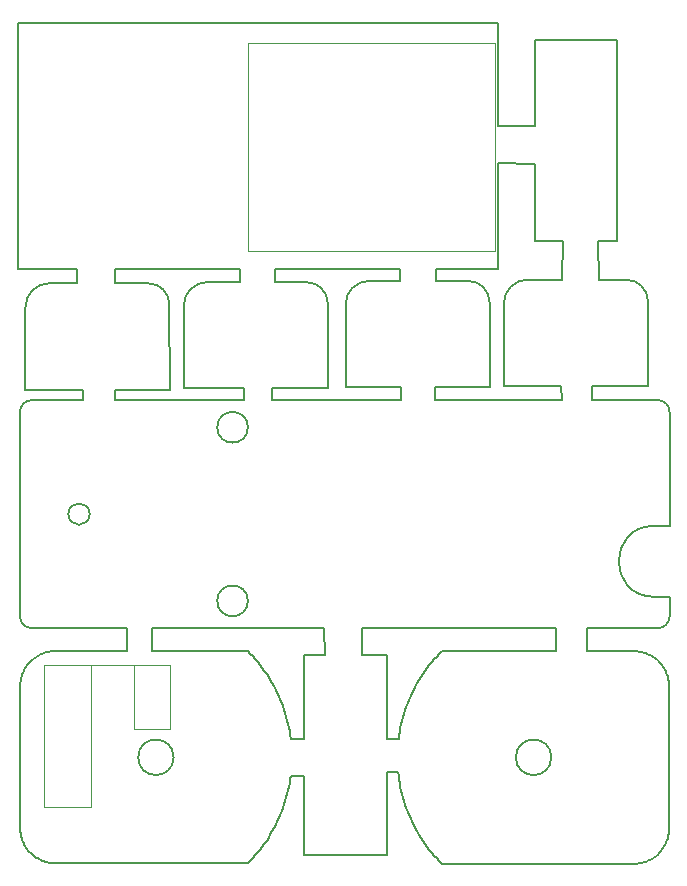
<source format=gbr>
%TF.GenerationSoftware,KiCad,Pcbnew,(5.1.10)-1*%
%TF.CreationDate,2021-10-05T13:13:14-05:00*%
%TF.ProjectId,BYTE_PANELkicad_pcb,42595445-5f50-4414-9e45-4c6b69636164,v2.2*%
%TF.SameCoordinates,Original*%
%TF.FileFunction,OtherDrawing,Comment*%
%FSLAX46Y46*%
G04 Gerber Fmt 4.6, Leading zero omitted, Abs format (unit mm)*
G04 Created by KiCad (PCBNEW (5.1.10)-1) date 2021-10-05 13:13:14*
%MOMM*%
%LPD*%
G01*
G04 APERTURE LIST*
%TA.AperFunction,Profile*%
%ADD10C,0.200000*%
%TD*%
%ADD11C,0.120000*%
%ADD12C,0.066040*%
G04 APERTURE END LIST*
D10*
X145638100Y-94510004D02*
X145638100Y-96762180D01*
X142558100Y-96762180D02*
X142458100Y-94510004D01*
X145638100Y-96762180D02*
X147788100Y-96762180D01*
X162068100Y-94510004D02*
X145638100Y-94510004D01*
X147788100Y-96762180D02*
X147788100Y-103892180D01*
X140778100Y-103872180D02*
X140798100Y-96762180D01*
X157156100Y-55162180D02*
X160298100Y-55182180D01*
X160298100Y-51992180D02*
X157158100Y-51992180D01*
X160298100Y-61762180D02*
X160298100Y-55182180D01*
X157156100Y-43242180D02*
X157158100Y-51992180D01*
X162658100Y-61762180D02*
X162578100Y-65012180D01*
X165708100Y-65012180D02*
X165648100Y-61762180D01*
X167298100Y-61762180D02*
X165648100Y-61762180D01*
X168087294Y-65021970D02*
X165708100Y-65012180D01*
X148898100Y-64072180D02*
X148888100Y-65112180D01*
X151918100Y-64072180D02*
X151938100Y-65112180D01*
X154687294Y-65121970D02*
X151938100Y-65112180D01*
X157156100Y-64070180D02*
X151918100Y-64072180D01*
X162658100Y-61762180D02*
X160298100Y-61762180D01*
X160298100Y-51992180D02*
X160298100Y-44762180D01*
X160298100Y-44762180D02*
X167298100Y-44762180D01*
X167298100Y-44762180D02*
X167298100Y-61762180D01*
X147798100Y-106722180D02*
X147798100Y-113762180D01*
X140798100Y-96762180D02*
X142558100Y-96762180D01*
X140798100Y-113762180D02*
X140798100Y-107012180D01*
X147798100Y-113762180D02*
X140798100Y-113762180D01*
X138338100Y-65222180D02*
X138338100Y-64072180D01*
X135318100Y-64070180D02*
X135318100Y-65212180D01*
X135318100Y-65212180D02*
X132588100Y-65212180D01*
X148898100Y-64072180D02*
X138338100Y-64072180D01*
X124748100Y-64070180D02*
X124738100Y-65322180D01*
X121508100Y-65312180D02*
X121528100Y-64070180D01*
X135318100Y-64070180D02*
X124748100Y-64070180D01*
X127587294Y-65321970D02*
X124738100Y-65322180D01*
X162558100Y-74012180D02*
X162588100Y-75210004D01*
X165188100Y-75202180D02*
X165178100Y-74002180D01*
X165178100Y-74002180D02*
X169888100Y-74012180D01*
X165190000Y-75200004D02*
X170720000Y-75210004D01*
X151848100Y-74112180D02*
X151828100Y-75210004D01*
X149018100Y-75210004D02*
X149008100Y-74112180D01*
X151828100Y-75210004D02*
X162588100Y-75210004D01*
X151848100Y-74112180D02*
X156488100Y-74112180D01*
X138088100Y-74212180D02*
X138078100Y-75210004D01*
X135658100Y-74212180D02*
X135678100Y-75210004D01*
X138078100Y-75210004D02*
X149018100Y-75210004D01*
X130588100Y-74212180D02*
X135658100Y-74212180D01*
X122048100Y-75210004D02*
X122038100Y-74312180D01*
X124798100Y-75210004D02*
X124778100Y-74312180D01*
X124798100Y-75210004D02*
X135678100Y-75210004D01*
X124778100Y-74312180D02*
X129388100Y-74312180D01*
X169888100Y-74012180D02*
X169878310Y-66814500D01*
X157688100Y-74012180D02*
X157688100Y-67012180D01*
X157688100Y-74012180D02*
X162558100Y-74012180D01*
X157688100Y-67012180D02*
G75*
G02*
X159688100Y-65012180I2000000J0D01*
G01*
X168087294Y-65021969D02*
G75*
G02*
X169878309Y-66814499I806J-1790211D01*
G01*
X162578100Y-65012180D02*
X159688100Y-65012180D01*
X144288100Y-74112180D02*
X149008100Y-74112180D01*
X154687294Y-65121969D02*
G75*
G02*
X156478309Y-66914499I806J-1790211D01*
G01*
X156488100Y-74112180D02*
X156478310Y-66914500D01*
X148888100Y-65112180D02*
X146288100Y-65112180D01*
X144288100Y-67112180D02*
G75*
G02*
X146288100Y-65112180I2000000J0D01*
G01*
X144288100Y-74112180D02*
X144288100Y-67112180D01*
X138088100Y-74212180D02*
X142788100Y-74212180D01*
X140987294Y-65221969D02*
G75*
G02*
X142778309Y-67014499I806J-1790211D01*
G01*
X142788100Y-74212180D02*
X142778310Y-67014500D01*
X140985780Y-65221970D02*
X138338100Y-65222180D01*
X130588100Y-67212180D02*
G75*
G02*
X132588100Y-65212180I2000000J0D01*
G01*
X130588100Y-74212180D02*
X130588100Y-67212180D01*
X162068100Y-94510004D02*
X162068100Y-96462228D01*
X164768100Y-94510004D02*
X164768100Y-96462228D01*
X142458100Y-94510004D02*
X127868100Y-94510004D01*
X162068100Y-96462228D02*
X152439691Y-96462228D01*
X125768100Y-94510004D02*
X125768100Y-96442180D01*
X127868100Y-96442180D02*
X127868100Y-94510004D01*
X170720000Y-94510004D02*
X164768100Y-94510004D01*
X135996509Y-96442180D02*
X127868100Y-96442180D01*
X121508100Y-65312180D02*
X119188100Y-65312180D01*
X117188100Y-74312180D02*
X122038100Y-74312180D01*
X129388100Y-74312180D02*
X129378310Y-67114500D01*
X117188100Y-67312180D02*
G75*
G02*
X119188100Y-65312180I2000000J0D01*
G01*
X127587294Y-65321969D02*
G75*
G02*
X129378309Y-67114499I806J-1790211D01*
G01*
X117188100Y-74312180D02*
X117188100Y-67312180D01*
X149664215Y-100587209D02*
X149547799Y-100875525D01*
X149788569Y-100301830D02*
X149664215Y-100587209D01*
X151018880Y-98140002D02*
X150841610Y-98397203D01*
X148785800Y-103890832D02*
X147788100Y-103892180D01*
X147798100Y-106722180D02*
X148751404Y-106721733D01*
X149338778Y-101460413D02*
X149243528Y-101756746D01*
X150669631Y-98658399D02*
X150505589Y-98923432D01*
X148830779Y-103580469D02*
X148785800Y-103890832D01*
X151791463Y-97153663D02*
X151587734Y-97393613D01*
X148785800Y-107033576D02*
X148830779Y-107343939D01*
X149547799Y-100875525D02*
X149439320Y-101166646D01*
X150505589Y-98923432D02*
X150349485Y-99192195D01*
X149076841Y-102356449D02*
X149002758Y-102659582D01*
X149243528Y-101756746D02*
X149156216Y-102055460D01*
X151391942Y-97638088D02*
X151201443Y-97886928D01*
X168690379Y-96462228D02*
X164768100Y-96462228D01*
X168986712Y-96476886D02*
X168838545Y-96465906D01*
X151587734Y-97393613D02*
X151391942Y-97638088D01*
X152439691Y-96462228D02*
X152217441Y-96687838D01*
X149664215Y-110337199D02*
X149788569Y-110622578D01*
X149918215Y-110904914D02*
X150053152Y-111184049D01*
X149076841Y-108567959D02*
X149156216Y-108868948D01*
X149243528Y-109167662D02*
X149338778Y-109463995D01*
X149156216Y-108868948D02*
X149243528Y-109167662D01*
X149002758Y-108264826D02*
X149076841Y-108567959D01*
X150198673Y-111459851D02*
X150349485Y-111732213D01*
X149788569Y-110622578D02*
X149918215Y-110904914D01*
X169560857Y-114332508D02*
X169701086Y-114286523D01*
X148936612Y-102964707D02*
X148881050Y-103271716D01*
X169277753Y-114404025D02*
X169420628Y-114371719D01*
X170230252Y-114036598D02*
X170354606Y-113958149D01*
X149439320Y-109757762D02*
X149547799Y-110048883D01*
X149547799Y-110048883D02*
X149664215Y-110337199D01*
X169970961Y-114174552D02*
X170100606Y-114108776D01*
X169132233Y-114429319D02*
X169277753Y-114404025D01*
X149338778Y-109463995D02*
X149439320Y-109757762D01*
X170473668Y-113873536D02*
X170590085Y-113782810D01*
X168838545Y-114458502D02*
X168986712Y-114447522D01*
X148881050Y-107652692D02*
X148936612Y-107959701D01*
X150053152Y-111184049D02*
X150198673Y-111459851D01*
X171598146Y-112193460D02*
X171629896Y-112050188D01*
X148936612Y-107959701D02*
X149002758Y-108264826D01*
X149918215Y-100019494D02*
X149788569Y-100301830D01*
X169701086Y-96637885D02*
X169560857Y-96591900D01*
X152000483Y-96918369D02*
X151791463Y-97153663D01*
X148881050Y-103271716D02*
X148830779Y-103580469D01*
X150198673Y-99464557D02*
X150053152Y-99740359D01*
X168838545Y-96465906D02*
X168690379Y-96462228D01*
X152217441Y-96687838D02*
X152000483Y-96918369D01*
X171598146Y-98730948D02*
X171558459Y-98589713D01*
X150841610Y-98397203D02*
X150669631Y-98658399D01*
X171460563Y-98314150D02*
X171402355Y-98180351D01*
X151201443Y-97886928D02*
X151018880Y-98140002D01*
X150053152Y-99740359D02*
X149918215Y-100019494D01*
X148751404Y-106721733D02*
X148785800Y-107033576D01*
X149002758Y-102659582D02*
X148936612Y-102964707D01*
X149439320Y-101166646D02*
X149338778Y-101460413D01*
X150349485Y-99192195D02*
X150198673Y-99464557D01*
X169836023Y-96690563D02*
X169701086Y-96637885D01*
X148830779Y-107343939D02*
X148881050Y-107652692D01*
X149156216Y-102055460D02*
X149076841Y-102356449D01*
X171685459Y-99313454D02*
X171674875Y-99165711D01*
X169701086Y-114286523D02*
X169836023Y-114233845D01*
X152000483Y-114006039D02*
X152217441Y-114236570D01*
X151587734Y-113530795D02*
X151791463Y-113770745D01*
X151018880Y-112784406D02*
X151201443Y-113037480D01*
X171185397Y-113126591D02*
X171264772Y-113002476D01*
X171558459Y-112334695D02*
X171598146Y-112193460D01*
X171402355Y-112744057D02*
X171460563Y-112610258D01*
X150841610Y-112527205D02*
X151018880Y-112784406D01*
X150349485Y-111732213D02*
X150505589Y-112000976D01*
X168986712Y-114447522D02*
X169132233Y-114429319D01*
X170100606Y-114108776D02*
X170230252Y-114036598D01*
X150505589Y-112000976D02*
X150669631Y-112266009D01*
X171685459Y-111610954D02*
X171688104Y-111462206D01*
X161707278Y-105453754D02*
G75*
G03*
X161707278Y-105453754I-1500000J0D01*
G01*
X152217441Y-114236570D02*
X152439691Y-114462180D01*
X171656354Y-111905197D02*
X171674875Y-111758697D01*
X170590085Y-113782810D02*
X170703856Y-113686105D01*
X171629896Y-112050188D02*
X171656354Y-111905197D01*
X171100730Y-113247003D02*
X171185397Y-113126591D01*
X150669631Y-112266009D02*
X150841610Y-112527205D01*
X171674875Y-111758697D02*
X171685459Y-111610954D01*
X171336209Y-112874867D02*
X171402355Y-112744057D01*
X169836023Y-114233845D02*
X169970961Y-114174552D01*
X170230252Y-96887810D02*
X170100606Y-96815632D01*
X169132233Y-96495089D02*
X168986712Y-96476886D01*
X171688104Y-99462202D02*
X171685459Y-99313454D01*
X169970961Y-96749856D02*
X169836023Y-96690563D01*
X171010772Y-97560935D02*
X170912876Y-97448699D01*
X171264772Y-97921932D02*
X171185397Y-97797817D01*
X170473668Y-97050872D02*
X170354606Y-96966259D01*
X169560857Y-96591900D02*
X169420628Y-96552689D01*
X171674875Y-99165711D02*
X171656354Y-99019211D01*
X171185397Y-97797817D02*
X171100730Y-97677405D01*
X169277753Y-96520383D02*
X169132233Y-96495089D01*
X168690379Y-114462180D02*
X168838545Y-114458502D01*
X151391942Y-113286320D02*
X151587734Y-113530795D01*
X169420628Y-114371719D02*
X169560857Y-114332508D01*
X151791463Y-113770745D02*
X152000483Y-114006039D01*
X171460563Y-112610258D02*
X171513480Y-112473706D01*
X171010772Y-113363473D02*
X171100730Y-113247003D01*
X170703856Y-113686105D02*
X170809689Y-113583525D01*
X171513480Y-112473706D02*
X171558459Y-112334695D01*
X151201443Y-113037480D02*
X151391942Y-113286320D01*
X170912876Y-113475709D02*
X171010772Y-113363473D01*
X152439691Y-114462180D02*
X168690379Y-114462180D01*
X170354606Y-113958149D02*
X170473668Y-113873536D01*
X171264772Y-113002476D02*
X171336209Y-112874867D01*
X170809689Y-113583525D02*
X170912876Y-113475709D01*
X171402355Y-98180351D02*
X171336209Y-98049541D01*
X170703856Y-97238303D02*
X170590085Y-97141598D01*
X169420628Y-96552689D02*
X169277753Y-96520383D01*
X171336209Y-98049541D02*
X171264772Y-97921932D01*
X170354606Y-96966259D02*
X170230252Y-96887810D01*
X171629896Y-98874220D02*
X171598146Y-98730948D01*
X171688104Y-111462206D02*
X171688104Y-99462202D01*
X170912876Y-97448699D02*
X170809689Y-97340883D01*
X170809689Y-97340883D02*
X170703856Y-97238303D01*
X170590085Y-97141598D02*
X170473668Y-97050872D01*
X171656354Y-99019211D02*
X171629896Y-98874220D01*
X170100606Y-96815632D02*
X169970961Y-96749856D01*
X171558459Y-98589713D02*
X171513480Y-98450702D01*
X171100730Y-97677405D02*
X171010772Y-97560935D01*
X171513480Y-98450702D02*
X171460563Y-98314150D01*
X117720000Y-94510004D02*
G75*
G02*
X116720000Y-93510004I0J1000000D01*
G01*
X170720000Y-75210004D02*
G75*
G02*
X171720000Y-76210004I0J-1000000D01*
G01*
X170420000Y-91860004D02*
X171720000Y-91860004D01*
X125768100Y-94510004D02*
X117720000Y-94510004D01*
X116720000Y-76210004D02*
G75*
G02*
X117720000Y-75210004I1000000J0D01*
G01*
X122620000Y-84860004D02*
G75*
G03*
X122620000Y-84860004I-900000J0D01*
G01*
X136020001Y-77510004D02*
G75*
G03*
X136020001Y-77510004I-1300001J0D01*
G01*
X170420000Y-91860004D02*
G75*
G02*
X170420000Y-85860004I0J3000000D01*
G01*
X136020001Y-92210004D02*
G75*
G03*
X136020001Y-92210004I-1300001J0D01*
G01*
X171720000Y-91860004D02*
X171720000Y-93510004D01*
X171720000Y-93510004D02*
G75*
G02*
X170720000Y-94510004I-1000000J0D01*
G01*
X116720000Y-93510004D02*
X116720000Y-76210004D01*
X171720000Y-85860004D02*
X170420000Y-85860004D01*
X117720000Y-75210004D02*
X122048100Y-75210004D01*
X171720000Y-76210004D02*
X171720000Y-85860004D01*
X116748096Y-99442154D02*
X116748096Y-111442158D01*
X116806304Y-112030140D02*
X116838054Y-112173412D01*
X118081594Y-113938101D02*
X118205948Y-114016550D01*
X119015572Y-114351671D02*
X119158447Y-114383977D01*
X117099991Y-112854819D02*
X117171428Y-112982428D01*
X117732344Y-113666057D02*
X117846115Y-113762762D01*
X117033845Y-112724009D02*
X117099991Y-112854819D01*
X117962532Y-113853488D02*
X118081594Y-113938101D01*
X116761325Y-111738649D02*
X116779846Y-111885149D01*
X117250803Y-113106543D02*
X117335470Y-113226955D01*
X119158447Y-114383977D02*
X119303967Y-114409271D01*
X118205948Y-114016550D02*
X118335594Y-114088728D01*
X117171428Y-112982428D02*
X117250803Y-113106543D01*
X118875343Y-114312460D02*
X119015572Y-114351671D01*
X117425428Y-113343425D02*
X117523324Y-113455661D01*
X118465239Y-114154504D02*
X118600177Y-114213797D01*
X116748096Y-111442158D02*
X116750741Y-111590906D01*
X119303967Y-114409271D02*
X119449488Y-114427474D01*
X116922720Y-112453658D02*
X116975637Y-112590210D01*
X117335470Y-113226955D02*
X117425428Y-113343425D01*
X116877741Y-112314647D02*
X116922720Y-112453658D01*
X118335594Y-114088728D02*
X118465239Y-114154504D01*
X116779846Y-111885149D02*
X116806304Y-112030140D01*
X117846115Y-113762762D02*
X117962532Y-113853488D01*
X117626511Y-113563477D02*
X117732344Y-113666057D01*
X117523324Y-113455661D02*
X117626511Y-113563477D01*
X116750741Y-111590906D02*
X116761325Y-111738649D01*
X116975637Y-112590210D02*
X117033845Y-112724009D01*
X118735114Y-114266475D02*
X118875343Y-114312460D01*
X116838054Y-112173412D02*
X116877741Y-112314647D01*
X118600177Y-114213797D02*
X118735114Y-114266475D01*
X119597655Y-114438454D02*
X119745821Y-114442132D01*
X139555150Y-107632644D02*
X139605421Y-107323891D01*
X136218759Y-114216522D02*
X136435717Y-113985991D01*
X136435717Y-113985991D02*
X136644737Y-113750697D01*
X137234757Y-113017432D02*
X137417320Y-112764358D01*
X137594590Y-112507157D02*
X137766569Y-112245961D01*
X138086715Y-111712165D02*
X138237527Y-111439803D01*
X138237527Y-111439803D02*
X138383048Y-111164001D01*
X138517985Y-110884866D02*
X138647631Y-110602530D01*
X139279984Y-108848900D02*
X139359359Y-108547911D01*
X138996880Y-109737714D02*
X139097422Y-109443947D01*
X139433442Y-108244778D02*
X139499588Y-107939653D01*
X139605421Y-103560421D02*
X139555150Y-103251668D01*
X140778100Y-103872180D02*
X139650400Y-103870784D01*
X138383048Y-111164001D02*
X138517985Y-110884866D01*
X139097422Y-109443947D02*
X139192672Y-109147614D01*
X139650400Y-107013528D02*
X140798100Y-107012180D01*
X139359359Y-108547911D02*
X139433442Y-108244778D01*
X135996509Y-114442132D02*
X136218759Y-114216522D01*
X136644737Y-113750697D02*
X136848466Y-113510747D01*
X136848466Y-113510747D02*
X137044258Y-113266272D01*
X137417320Y-112764358D02*
X137594590Y-112507157D01*
X138647631Y-110602530D02*
X138771985Y-110317151D01*
X138771985Y-110317151D02*
X138888401Y-110028835D01*
X119449488Y-114427474D02*
X119597655Y-114438454D01*
X119745821Y-114442132D02*
X135996509Y-114442132D01*
X137044258Y-113266272D02*
X137234757Y-113017432D01*
X137930611Y-111980928D02*
X138086715Y-111712165D01*
X139192672Y-109147614D02*
X139279984Y-108848900D01*
X139650400Y-103870784D02*
X139605421Y-103560421D01*
X138888401Y-110028835D02*
X138996880Y-109737714D01*
X139605421Y-107323891D02*
X139650400Y-107013528D01*
X137766569Y-112245961D02*
X137930611Y-111980928D01*
X139499588Y-107939653D02*
X139555150Y-107632644D01*
X139279984Y-102035412D02*
X139192672Y-101736698D01*
X138647631Y-100281782D02*
X138517985Y-99999446D01*
X138237527Y-99444509D02*
X138086715Y-99172147D01*
X139555150Y-103251668D02*
X139499588Y-102944659D01*
X139499588Y-102944659D02*
X139433442Y-102639534D01*
X139433442Y-102639534D02*
X139359359Y-102336401D01*
X138996880Y-101146598D02*
X138888401Y-100855477D01*
X138771985Y-100567161D02*
X138647631Y-100281782D01*
X139192672Y-101736698D02*
X139097422Y-101440365D01*
X139359359Y-102336401D02*
X139279984Y-102035412D01*
X139097422Y-101440365D02*
X138996880Y-101146598D01*
X138888401Y-100855477D02*
X138771985Y-100567161D01*
X138383048Y-99720311D02*
X138237527Y-99444509D01*
X138517985Y-99999446D02*
X138383048Y-99720311D01*
X116838054Y-98710900D02*
X116806304Y-98854172D01*
X119597655Y-96445858D02*
X119449488Y-96456838D01*
X117962532Y-97030824D02*
X117846115Y-97121550D01*
X119303967Y-96475041D02*
X119158447Y-96500335D01*
X118465239Y-96729808D02*
X118335594Y-96795584D01*
X118205948Y-96867762D02*
X118081594Y-96946211D01*
X119158447Y-96500335D02*
X119015572Y-96532641D01*
X118875343Y-96571852D02*
X118735114Y-96617837D01*
X116806304Y-98854172D02*
X116779846Y-98999163D01*
X138086715Y-99172147D02*
X137930611Y-98903384D01*
X136218759Y-96667790D02*
X135996509Y-96442180D01*
X137930611Y-98903384D02*
X137766569Y-98638351D01*
X137766569Y-98638351D02*
X137594590Y-98377155D01*
X118600177Y-96670515D02*
X118465239Y-96729808D01*
X137594590Y-98377155D02*
X137417320Y-98119954D01*
X137417320Y-98119954D02*
X137234757Y-97866880D01*
X116750741Y-99293406D02*
X116748096Y-99442154D01*
X136848466Y-97373565D02*
X136644737Y-97133615D01*
X117335470Y-97657357D02*
X117250803Y-97777769D01*
X117250803Y-97777769D02*
X117171428Y-97901884D01*
X117099991Y-98029493D02*
X117033845Y-98160303D01*
X116761325Y-99145663D02*
X116750741Y-99293406D01*
X136435717Y-96898321D02*
X136218759Y-96667790D01*
X118735114Y-96617837D02*
X118600177Y-96670515D01*
X118335594Y-96795584D02*
X118205948Y-96867762D01*
X117846115Y-97121550D02*
X117732344Y-97218255D01*
X116779846Y-98999163D02*
X116761325Y-99145663D01*
X129728922Y-105450606D02*
G75*
G03*
X129728922Y-105450606I-1500000J0D01*
G01*
X119449488Y-96456838D02*
X119303967Y-96475041D01*
X117033845Y-98160303D02*
X116975637Y-98294102D01*
X116877741Y-98569665D02*
X116838054Y-98710900D01*
X117732344Y-97218255D02*
X117626511Y-97320835D01*
X117523324Y-97428651D02*
X117425428Y-97540887D01*
X117425428Y-97540887D02*
X117335470Y-97657357D01*
X116975637Y-98294102D02*
X116922720Y-98430654D01*
X116922720Y-98430654D02*
X116877741Y-98569665D01*
X137234757Y-97866880D02*
X137044258Y-97618040D01*
X117171428Y-97901884D02*
X117099991Y-98029493D01*
X137044258Y-97618040D02*
X136848466Y-97373565D01*
X136644737Y-97133615D02*
X136435717Y-96898321D01*
X117626511Y-97320835D02*
X117523324Y-97428651D01*
X118081594Y-96946211D02*
X117962532Y-97030824D01*
X125768100Y-96442180D02*
X119745821Y-96442180D01*
X119015572Y-96532641D02*
X118875343Y-96571852D01*
X119745821Y-96442180D02*
X119597655Y-96445858D01*
X116516100Y-43242180D02*
X157156100Y-43242180D01*
X116516100Y-64070180D02*
X116516100Y-43242180D01*
X121528100Y-64070180D02*
X116516100Y-64070180D01*
X157156100Y-55162180D02*
X157156100Y-64070180D01*
D11*
%TO.C,M1*%
X122743100Y-109632180D02*
X122743100Y-97632180D01*
X118743100Y-109632180D02*
X122743100Y-109632180D01*
X118743100Y-97632180D02*
X118743100Y-109632180D01*
X129423100Y-97632180D02*
X118743100Y-97632180D01*
X129423100Y-103032180D02*
X129423100Y-97632180D01*
X126353100Y-103032180D02*
X126353100Y-97632180D01*
X126353100Y-97632180D02*
X129423100Y-97632180D01*
X126353100Y-103032180D02*
X129423100Y-103032180D01*
D12*
%TO.C,U1*%
X135990280Y-62617300D02*
X135990280Y-44966840D01*
X135990280Y-44966840D02*
X156945280Y-44966840D01*
X156945280Y-62617300D02*
X156945280Y-44966840D01*
X135990280Y-62617300D02*
X156945280Y-62617300D01*
%TD*%
M02*

</source>
